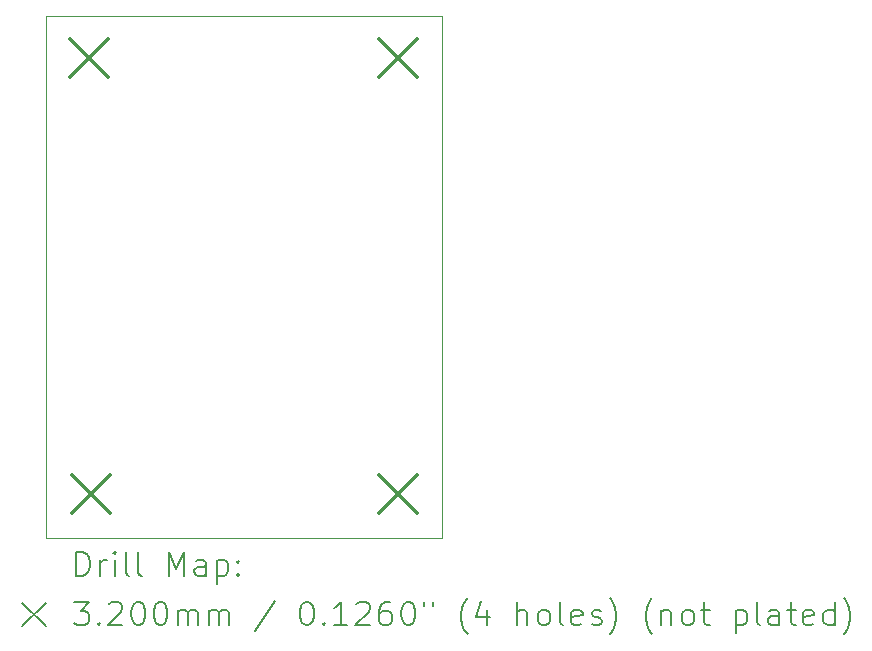
<source format=gbr>
%TF.GenerationSoftware,KiCad,Pcbnew,7.0.9*%
%TF.CreationDate,2023-12-11T11:26:03+01:00*%
%TF.ProjectId,3v3To5vPowerSupply,33763354-6f35-4765-906f-776572537570,1.1*%
%TF.SameCoordinates,Original*%
%TF.FileFunction,Drillmap*%
%TF.FilePolarity,Positive*%
%FSLAX45Y45*%
G04 Gerber Fmt 4.5, Leading zero omitted, Abs format (unit mm)*
G04 Created by KiCad (PCBNEW 7.0.9) date 2023-12-11 11:26:03*
%MOMM*%
%LPD*%
G01*
G04 APERTURE LIST*
%ADD10C,0.100000*%
%ADD11C,0.200000*%
%ADD12C,0.320000*%
G04 APERTURE END LIST*
D10*
X5414314Y-1373174D02*
X8762034Y-1373174D01*
X8762034Y-5795314D01*
X5414314Y-5795314D01*
X5414314Y-1373174D01*
D11*
D12*
X5618500Y-1567200D02*
X5938500Y-1887200D01*
X5938500Y-1567200D02*
X5618500Y-1887200D01*
X5631200Y-5262900D02*
X5951200Y-5582900D01*
X5951200Y-5262900D02*
X5631200Y-5582900D01*
X8234700Y-1567200D02*
X8554700Y-1887200D01*
X8554700Y-1567200D02*
X8234700Y-1887200D01*
X8234700Y-5262900D02*
X8554700Y-5582900D01*
X8554700Y-5262900D02*
X8234700Y-5582900D01*
D11*
X5670091Y-6111798D02*
X5670091Y-5911798D01*
X5670091Y-5911798D02*
X5717710Y-5911798D01*
X5717710Y-5911798D02*
X5746282Y-5921322D01*
X5746282Y-5921322D02*
X5765329Y-5940370D01*
X5765329Y-5940370D02*
X5774853Y-5959417D01*
X5774853Y-5959417D02*
X5784377Y-5997512D01*
X5784377Y-5997512D02*
X5784377Y-6026084D01*
X5784377Y-6026084D02*
X5774853Y-6064179D01*
X5774853Y-6064179D02*
X5765329Y-6083227D01*
X5765329Y-6083227D02*
X5746282Y-6102274D01*
X5746282Y-6102274D02*
X5717710Y-6111798D01*
X5717710Y-6111798D02*
X5670091Y-6111798D01*
X5870091Y-6111798D02*
X5870091Y-5978465D01*
X5870091Y-6016560D02*
X5879615Y-5997512D01*
X5879615Y-5997512D02*
X5889139Y-5987989D01*
X5889139Y-5987989D02*
X5908186Y-5978465D01*
X5908186Y-5978465D02*
X5927234Y-5978465D01*
X5993901Y-6111798D02*
X5993901Y-5978465D01*
X5993901Y-5911798D02*
X5984377Y-5921322D01*
X5984377Y-5921322D02*
X5993901Y-5930846D01*
X5993901Y-5930846D02*
X6003424Y-5921322D01*
X6003424Y-5921322D02*
X5993901Y-5911798D01*
X5993901Y-5911798D02*
X5993901Y-5930846D01*
X6117710Y-6111798D02*
X6098663Y-6102274D01*
X6098663Y-6102274D02*
X6089139Y-6083227D01*
X6089139Y-6083227D02*
X6089139Y-5911798D01*
X6222472Y-6111798D02*
X6203424Y-6102274D01*
X6203424Y-6102274D02*
X6193901Y-6083227D01*
X6193901Y-6083227D02*
X6193901Y-5911798D01*
X6451044Y-6111798D02*
X6451044Y-5911798D01*
X6451044Y-5911798D02*
X6517710Y-6054655D01*
X6517710Y-6054655D02*
X6584377Y-5911798D01*
X6584377Y-5911798D02*
X6584377Y-6111798D01*
X6765329Y-6111798D02*
X6765329Y-6007036D01*
X6765329Y-6007036D02*
X6755805Y-5987989D01*
X6755805Y-5987989D02*
X6736758Y-5978465D01*
X6736758Y-5978465D02*
X6698663Y-5978465D01*
X6698663Y-5978465D02*
X6679615Y-5987989D01*
X6765329Y-6102274D02*
X6746282Y-6111798D01*
X6746282Y-6111798D02*
X6698663Y-6111798D01*
X6698663Y-6111798D02*
X6679615Y-6102274D01*
X6679615Y-6102274D02*
X6670091Y-6083227D01*
X6670091Y-6083227D02*
X6670091Y-6064179D01*
X6670091Y-6064179D02*
X6679615Y-6045131D01*
X6679615Y-6045131D02*
X6698663Y-6035608D01*
X6698663Y-6035608D02*
X6746282Y-6035608D01*
X6746282Y-6035608D02*
X6765329Y-6026084D01*
X6860567Y-5978465D02*
X6860567Y-6178465D01*
X6860567Y-5987989D02*
X6879615Y-5978465D01*
X6879615Y-5978465D02*
X6917710Y-5978465D01*
X6917710Y-5978465D02*
X6936758Y-5987989D01*
X6936758Y-5987989D02*
X6946282Y-5997512D01*
X6946282Y-5997512D02*
X6955805Y-6016560D01*
X6955805Y-6016560D02*
X6955805Y-6073703D01*
X6955805Y-6073703D02*
X6946282Y-6092750D01*
X6946282Y-6092750D02*
X6936758Y-6102274D01*
X6936758Y-6102274D02*
X6917710Y-6111798D01*
X6917710Y-6111798D02*
X6879615Y-6111798D01*
X6879615Y-6111798D02*
X6860567Y-6102274D01*
X7041520Y-6092750D02*
X7051044Y-6102274D01*
X7051044Y-6102274D02*
X7041520Y-6111798D01*
X7041520Y-6111798D02*
X7031996Y-6102274D01*
X7031996Y-6102274D02*
X7041520Y-6092750D01*
X7041520Y-6092750D02*
X7041520Y-6111798D01*
X7041520Y-5987989D02*
X7051044Y-5997512D01*
X7051044Y-5997512D02*
X7041520Y-6007036D01*
X7041520Y-6007036D02*
X7031996Y-5997512D01*
X7031996Y-5997512D02*
X7041520Y-5987989D01*
X7041520Y-5987989D02*
X7041520Y-6007036D01*
X5209314Y-6340314D02*
X5409314Y-6540314D01*
X5409314Y-6340314D02*
X5209314Y-6540314D01*
X5651044Y-6331798D02*
X5774853Y-6331798D01*
X5774853Y-6331798D02*
X5708186Y-6407989D01*
X5708186Y-6407989D02*
X5736758Y-6407989D01*
X5736758Y-6407989D02*
X5755805Y-6417512D01*
X5755805Y-6417512D02*
X5765329Y-6427036D01*
X5765329Y-6427036D02*
X5774853Y-6446084D01*
X5774853Y-6446084D02*
X5774853Y-6493703D01*
X5774853Y-6493703D02*
X5765329Y-6512750D01*
X5765329Y-6512750D02*
X5755805Y-6522274D01*
X5755805Y-6522274D02*
X5736758Y-6531798D01*
X5736758Y-6531798D02*
X5679615Y-6531798D01*
X5679615Y-6531798D02*
X5660567Y-6522274D01*
X5660567Y-6522274D02*
X5651044Y-6512750D01*
X5860567Y-6512750D02*
X5870091Y-6522274D01*
X5870091Y-6522274D02*
X5860567Y-6531798D01*
X5860567Y-6531798D02*
X5851044Y-6522274D01*
X5851044Y-6522274D02*
X5860567Y-6512750D01*
X5860567Y-6512750D02*
X5860567Y-6531798D01*
X5946282Y-6350846D02*
X5955805Y-6341322D01*
X5955805Y-6341322D02*
X5974853Y-6331798D01*
X5974853Y-6331798D02*
X6022472Y-6331798D01*
X6022472Y-6331798D02*
X6041520Y-6341322D01*
X6041520Y-6341322D02*
X6051044Y-6350846D01*
X6051044Y-6350846D02*
X6060567Y-6369893D01*
X6060567Y-6369893D02*
X6060567Y-6388941D01*
X6060567Y-6388941D02*
X6051044Y-6417512D01*
X6051044Y-6417512D02*
X5936758Y-6531798D01*
X5936758Y-6531798D02*
X6060567Y-6531798D01*
X6184377Y-6331798D02*
X6203425Y-6331798D01*
X6203425Y-6331798D02*
X6222472Y-6341322D01*
X6222472Y-6341322D02*
X6231996Y-6350846D01*
X6231996Y-6350846D02*
X6241520Y-6369893D01*
X6241520Y-6369893D02*
X6251044Y-6407989D01*
X6251044Y-6407989D02*
X6251044Y-6455608D01*
X6251044Y-6455608D02*
X6241520Y-6493703D01*
X6241520Y-6493703D02*
X6231996Y-6512750D01*
X6231996Y-6512750D02*
X6222472Y-6522274D01*
X6222472Y-6522274D02*
X6203425Y-6531798D01*
X6203425Y-6531798D02*
X6184377Y-6531798D01*
X6184377Y-6531798D02*
X6165329Y-6522274D01*
X6165329Y-6522274D02*
X6155805Y-6512750D01*
X6155805Y-6512750D02*
X6146282Y-6493703D01*
X6146282Y-6493703D02*
X6136758Y-6455608D01*
X6136758Y-6455608D02*
X6136758Y-6407989D01*
X6136758Y-6407989D02*
X6146282Y-6369893D01*
X6146282Y-6369893D02*
X6155805Y-6350846D01*
X6155805Y-6350846D02*
X6165329Y-6341322D01*
X6165329Y-6341322D02*
X6184377Y-6331798D01*
X6374853Y-6331798D02*
X6393901Y-6331798D01*
X6393901Y-6331798D02*
X6412948Y-6341322D01*
X6412948Y-6341322D02*
X6422472Y-6350846D01*
X6422472Y-6350846D02*
X6431996Y-6369893D01*
X6431996Y-6369893D02*
X6441520Y-6407989D01*
X6441520Y-6407989D02*
X6441520Y-6455608D01*
X6441520Y-6455608D02*
X6431996Y-6493703D01*
X6431996Y-6493703D02*
X6422472Y-6512750D01*
X6422472Y-6512750D02*
X6412948Y-6522274D01*
X6412948Y-6522274D02*
X6393901Y-6531798D01*
X6393901Y-6531798D02*
X6374853Y-6531798D01*
X6374853Y-6531798D02*
X6355805Y-6522274D01*
X6355805Y-6522274D02*
X6346282Y-6512750D01*
X6346282Y-6512750D02*
X6336758Y-6493703D01*
X6336758Y-6493703D02*
X6327234Y-6455608D01*
X6327234Y-6455608D02*
X6327234Y-6407989D01*
X6327234Y-6407989D02*
X6336758Y-6369893D01*
X6336758Y-6369893D02*
X6346282Y-6350846D01*
X6346282Y-6350846D02*
X6355805Y-6341322D01*
X6355805Y-6341322D02*
X6374853Y-6331798D01*
X6527234Y-6531798D02*
X6527234Y-6398465D01*
X6527234Y-6417512D02*
X6536758Y-6407989D01*
X6536758Y-6407989D02*
X6555805Y-6398465D01*
X6555805Y-6398465D02*
X6584377Y-6398465D01*
X6584377Y-6398465D02*
X6603425Y-6407989D01*
X6603425Y-6407989D02*
X6612948Y-6427036D01*
X6612948Y-6427036D02*
X6612948Y-6531798D01*
X6612948Y-6427036D02*
X6622472Y-6407989D01*
X6622472Y-6407989D02*
X6641520Y-6398465D01*
X6641520Y-6398465D02*
X6670091Y-6398465D01*
X6670091Y-6398465D02*
X6689139Y-6407989D01*
X6689139Y-6407989D02*
X6698663Y-6427036D01*
X6698663Y-6427036D02*
X6698663Y-6531798D01*
X6793901Y-6531798D02*
X6793901Y-6398465D01*
X6793901Y-6417512D02*
X6803425Y-6407989D01*
X6803425Y-6407989D02*
X6822472Y-6398465D01*
X6822472Y-6398465D02*
X6851044Y-6398465D01*
X6851044Y-6398465D02*
X6870091Y-6407989D01*
X6870091Y-6407989D02*
X6879615Y-6427036D01*
X6879615Y-6427036D02*
X6879615Y-6531798D01*
X6879615Y-6427036D02*
X6889139Y-6407989D01*
X6889139Y-6407989D02*
X6908186Y-6398465D01*
X6908186Y-6398465D02*
X6936758Y-6398465D01*
X6936758Y-6398465D02*
X6955806Y-6407989D01*
X6955806Y-6407989D02*
X6965329Y-6427036D01*
X6965329Y-6427036D02*
X6965329Y-6531798D01*
X7355806Y-6322274D02*
X7184377Y-6579417D01*
X7612948Y-6331798D02*
X7631996Y-6331798D01*
X7631996Y-6331798D02*
X7651044Y-6341322D01*
X7651044Y-6341322D02*
X7660568Y-6350846D01*
X7660568Y-6350846D02*
X7670091Y-6369893D01*
X7670091Y-6369893D02*
X7679615Y-6407989D01*
X7679615Y-6407989D02*
X7679615Y-6455608D01*
X7679615Y-6455608D02*
X7670091Y-6493703D01*
X7670091Y-6493703D02*
X7660568Y-6512750D01*
X7660568Y-6512750D02*
X7651044Y-6522274D01*
X7651044Y-6522274D02*
X7631996Y-6531798D01*
X7631996Y-6531798D02*
X7612948Y-6531798D01*
X7612948Y-6531798D02*
X7593901Y-6522274D01*
X7593901Y-6522274D02*
X7584377Y-6512750D01*
X7584377Y-6512750D02*
X7574853Y-6493703D01*
X7574853Y-6493703D02*
X7565329Y-6455608D01*
X7565329Y-6455608D02*
X7565329Y-6407989D01*
X7565329Y-6407989D02*
X7574853Y-6369893D01*
X7574853Y-6369893D02*
X7584377Y-6350846D01*
X7584377Y-6350846D02*
X7593901Y-6341322D01*
X7593901Y-6341322D02*
X7612948Y-6331798D01*
X7765329Y-6512750D02*
X7774853Y-6522274D01*
X7774853Y-6522274D02*
X7765329Y-6531798D01*
X7765329Y-6531798D02*
X7755806Y-6522274D01*
X7755806Y-6522274D02*
X7765329Y-6512750D01*
X7765329Y-6512750D02*
X7765329Y-6531798D01*
X7965329Y-6531798D02*
X7851044Y-6531798D01*
X7908187Y-6531798D02*
X7908187Y-6331798D01*
X7908187Y-6331798D02*
X7889139Y-6360370D01*
X7889139Y-6360370D02*
X7870091Y-6379417D01*
X7870091Y-6379417D02*
X7851044Y-6388941D01*
X8041520Y-6350846D02*
X8051044Y-6341322D01*
X8051044Y-6341322D02*
X8070091Y-6331798D01*
X8070091Y-6331798D02*
X8117710Y-6331798D01*
X8117710Y-6331798D02*
X8136758Y-6341322D01*
X8136758Y-6341322D02*
X8146282Y-6350846D01*
X8146282Y-6350846D02*
X8155806Y-6369893D01*
X8155806Y-6369893D02*
X8155806Y-6388941D01*
X8155806Y-6388941D02*
X8146282Y-6417512D01*
X8146282Y-6417512D02*
X8031996Y-6531798D01*
X8031996Y-6531798D02*
X8155806Y-6531798D01*
X8327234Y-6331798D02*
X8289139Y-6331798D01*
X8289139Y-6331798D02*
X8270091Y-6341322D01*
X8270091Y-6341322D02*
X8260568Y-6350846D01*
X8260568Y-6350846D02*
X8241520Y-6379417D01*
X8241520Y-6379417D02*
X8231996Y-6417512D01*
X8231996Y-6417512D02*
X8231996Y-6493703D01*
X8231996Y-6493703D02*
X8241520Y-6512750D01*
X8241520Y-6512750D02*
X8251044Y-6522274D01*
X8251044Y-6522274D02*
X8270091Y-6531798D01*
X8270091Y-6531798D02*
X8308187Y-6531798D01*
X8308187Y-6531798D02*
X8327234Y-6522274D01*
X8327234Y-6522274D02*
X8336758Y-6512750D01*
X8336758Y-6512750D02*
X8346282Y-6493703D01*
X8346282Y-6493703D02*
X8346282Y-6446084D01*
X8346282Y-6446084D02*
X8336758Y-6427036D01*
X8336758Y-6427036D02*
X8327234Y-6417512D01*
X8327234Y-6417512D02*
X8308187Y-6407989D01*
X8308187Y-6407989D02*
X8270091Y-6407989D01*
X8270091Y-6407989D02*
X8251044Y-6417512D01*
X8251044Y-6417512D02*
X8241520Y-6427036D01*
X8241520Y-6427036D02*
X8231996Y-6446084D01*
X8470091Y-6331798D02*
X8489139Y-6331798D01*
X8489139Y-6331798D02*
X8508187Y-6341322D01*
X8508187Y-6341322D02*
X8517711Y-6350846D01*
X8517711Y-6350846D02*
X8527234Y-6369893D01*
X8527234Y-6369893D02*
X8536758Y-6407989D01*
X8536758Y-6407989D02*
X8536758Y-6455608D01*
X8536758Y-6455608D02*
X8527234Y-6493703D01*
X8527234Y-6493703D02*
X8517711Y-6512750D01*
X8517711Y-6512750D02*
X8508187Y-6522274D01*
X8508187Y-6522274D02*
X8489139Y-6531798D01*
X8489139Y-6531798D02*
X8470091Y-6531798D01*
X8470091Y-6531798D02*
X8451044Y-6522274D01*
X8451044Y-6522274D02*
X8441520Y-6512750D01*
X8441520Y-6512750D02*
X8431996Y-6493703D01*
X8431996Y-6493703D02*
X8422472Y-6455608D01*
X8422472Y-6455608D02*
X8422472Y-6407989D01*
X8422472Y-6407989D02*
X8431996Y-6369893D01*
X8431996Y-6369893D02*
X8441520Y-6350846D01*
X8441520Y-6350846D02*
X8451044Y-6341322D01*
X8451044Y-6341322D02*
X8470091Y-6331798D01*
X8612949Y-6331798D02*
X8612949Y-6369893D01*
X8689139Y-6331798D02*
X8689139Y-6369893D01*
X8984377Y-6607989D02*
X8974853Y-6598465D01*
X8974853Y-6598465D02*
X8955806Y-6569893D01*
X8955806Y-6569893D02*
X8946282Y-6550846D01*
X8946282Y-6550846D02*
X8936758Y-6522274D01*
X8936758Y-6522274D02*
X8927234Y-6474655D01*
X8927234Y-6474655D02*
X8927234Y-6436560D01*
X8927234Y-6436560D02*
X8936758Y-6388941D01*
X8936758Y-6388941D02*
X8946282Y-6360370D01*
X8946282Y-6360370D02*
X8955806Y-6341322D01*
X8955806Y-6341322D02*
X8974853Y-6312750D01*
X8974853Y-6312750D02*
X8984377Y-6303227D01*
X9146282Y-6398465D02*
X9146282Y-6531798D01*
X9098663Y-6322274D02*
X9051044Y-6465131D01*
X9051044Y-6465131D02*
X9174853Y-6465131D01*
X9403425Y-6531798D02*
X9403425Y-6331798D01*
X9489139Y-6531798D02*
X9489139Y-6427036D01*
X9489139Y-6427036D02*
X9479615Y-6407989D01*
X9479615Y-6407989D02*
X9460568Y-6398465D01*
X9460568Y-6398465D02*
X9431996Y-6398465D01*
X9431996Y-6398465D02*
X9412949Y-6407989D01*
X9412949Y-6407989D02*
X9403425Y-6417512D01*
X9612949Y-6531798D02*
X9593901Y-6522274D01*
X9593901Y-6522274D02*
X9584377Y-6512750D01*
X9584377Y-6512750D02*
X9574854Y-6493703D01*
X9574854Y-6493703D02*
X9574854Y-6436560D01*
X9574854Y-6436560D02*
X9584377Y-6417512D01*
X9584377Y-6417512D02*
X9593901Y-6407989D01*
X9593901Y-6407989D02*
X9612949Y-6398465D01*
X9612949Y-6398465D02*
X9641520Y-6398465D01*
X9641520Y-6398465D02*
X9660568Y-6407989D01*
X9660568Y-6407989D02*
X9670092Y-6417512D01*
X9670092Y-6417512D02*
X9679615Y-6436560D01*
X9679615Y-6436560D02*
X9679615Y-6493703D01*
X9679615Y-6493703D02*
X9670092Y-6512750D01*
X9670092Y-6512750D02*
X9660568Y-6522274D01*
X9660568Y-6522274D02*
X9641520Y-6531798D01*
X9641520Y-6531798D02*
X9612949Y-6531798D01*
X9793901Y-6531798D02*
X9774854Y-6522274D01*
X9774854Y-6522274D02*
X9765330Y-6503227D01*
X9765330Y-6503227D02*
X9765330Y-6331798D01*
X9946282Y-6522274D02*
X9927235Y-6531798D01*
X9927235Y-6531798D02*
X9889139Y-6531798D01*
X9889139Y-6531798D02*
X9870092Y-6522274D01*
X9870092Y-6522274D02*
X9860568Y-6503227D01*
X9860568Y-6503227D02*
X9860568Y-6427036D01*
X9860568Y-6427036D02*
X9870092Y-6407989D01*
X9870092Y-6407989D02*
X9889139Y-6398465D01*
X9889139Y-6398465D02*
X9927235Y-6398465D01*
X9927235Y-6398465D02*
X9946282Y-6407989D01*
X9946282Y-6407989D02*
X9955806Y-6427036D01*
X9955806Y-6427036D02*
X9955806Y-6446084D01*
X9955806Y-6446084D02*
X9860568Y-6465131D01*
X10031996Y-6522274D02*
X10051044Y-6531798D01*
X10051044Y-6531798D02*
X10089139Y-6531798D01*
X10089139Y-6531798D02*
X10108187Y-6522274D01*
X10108187Y-6522274D02*
X10117711Y-6503227D01*
X10117711Y-6503227D02*
X10117711Y-6493703D01*
X10117711Y-6493703D02*
X10108187Y-6474655D01*
X10108187Y-6474655D02*
X10089139Y-6465131D01*
X10089139Y-6465131D02*
X10060568Y-6465131D01*
X10060568Y-6465131D02*
X10041520Y-6455608D01*
X10041520Y-6455608D02*
X10031996Y-6436560D01*
X10031996Y-6436560D02*
X10031996Y-6427036D01*
X10031996Y-6427036D02*
X10041520Y-6407989D01*
X10041520Y-6407989D02*
X10060568Y-6398465D01*
X10060568Y-6398465D02*
X10089139Y-6398465D01*
X10089139Y-6398465D02*
X10108187Y-6407989D01*
X10184377Y-6607989D02*
X10193901Y-6598465D01*
X10193901Y-6598465D02*
X10212949Y-6569893D01*
X10212949Y-6569893D02*
X10222473Y-6550846D01*
X10222473Y-6550846D02*
X10231996Y-6522274D01*
X10231996Y-6522274D02*
X10241520Y-6474655D01*
X10241520Y-6474655D02*
X10241520Y-6436560D01*
X10241520Y-6436560D02*
X10231996Y-6388941D01*
X10231996Y-6388941D02*
X10222473Y-6360370D01*
X10222473Y-6360370D02*
X10212949Y-6341322D01*
X10212949Y-6341322D02*
X10193901Y-6312750D01*
X10193901Y-6312750D02*
X10184377Y-6303227D01*
X10546282Y-6607989D02*
X10536758Y-6598465D01*
X10536758Y-6598465D02*
X10517711Y-6569893D01*
X10517711Y-6569893D02*
X10508187Y-6550846D01*
X10508187Y-6550846D02*
X10498663Y-6522274D01*
X10498663Y-6522274D02*
X10489139Y-6474655D01*
X10489139Y-6474655D02*
X10489139Y-6436560D01*
X10489139Y-6436560D02*
X10498663Y-6388941D01*
X10498663Y-6388941D02*
X10508187Y-6360370D01*
X10508187Y-6360370D02*
X10517711Y-6341322D01*
X10517711Y-6341322D02*
X10536758Y-6312750D01*
X10536758Y-6312750D02*
X10546282Y-6303227D01*
X10622473Y-6398465D02*
X10622473Y-6531798D01*
X10622473Y-6417512D02*
X10631996Y-6407989D01*
X10631996Y-6407989D02*
X10651044Y-6398465D01*
X10651044Y-6398465D02*
X10679616Y-6398465D01*
X10679616Y-6398465D02*
X10698663Y-6407989D01*
X10698663Y-6407989D02*
X10708187Y-6427036D01*
X10708187Y-6427036D02*
X10708187Y-6531798D01*
X10831996Y-6531798D02*
X10812949Y-6522274D01*
X10812949Y-6522274D02*
X10803425Y-6512750D01*
X10803425Y-6512750D02*
X10793901Y-6493703D01*
X10793901Y-6493703D02*
X10793901Y-6436560D01*
X10793901Y-6436560D02*
X10803425Y-6417512D01*
X10803425Y-6417512D02*
X10812949Y-6407989D01*
X10812949Y-6407989D02*
X10831996Y-6398465D01*
X10831996Y-6398465D02*
X10860568Y-6398465D01*
X10860568Y-6398465D02*
X10879616Y-6407989D01*
X10879616Y-6407989D02*
X10889139Y-6417512D01*
X10889139Y-6417512D02*
X10898663Y-6436560D01*
X10898663Y-6436560D02*
X10898663Y-6493703D01*
X10898663Y-6493703D02*
X10889139Y-6512750D01*
X10889139Y-6512750D02*
X10879616Y-6522274D01*
X10879616Y-6522274D02*
X10860568Y-6531798D01*
X10860568Y-6531798D02*
X10831996Y-6531798D01*
X10955806Y-6398465D02*
X11031996Y-6398465D01*
X10984377Y-6331798D02*
X10984377Y-6503227D01*
X10984377Y-6503227D02*
X10993901Y-6522274D01*
X10993901Y-6522274D02*
X11012949Y-6531798D01*
X11012949Y-6531798D02*
X11031996Y-6531798D01*
X11251044Y-6398465D02*
X11251044Y-6598465D01*
X11251044Y-6407989D02*
X11270092Y-6398465D01*
X11270092Y-6398465D02*
X11308187Y-6398465D01*
X11308187Y-6398465D02*
X11327235Y-6407989D01*
X11327235Y-6407989D02*
X11336758Y-6417512D01*
X11336758Y-6417512D02*
X11346282Y-6436560D01*
X11346282Y-6436560D02*
X11346282Y-6493703D01*
X11346282Y-6493703D02*
X11336758Y-6512750D01*
X11336758Y-6512750D02*
X11327235Y-6522274D01*
X11327235Y-6522274D02*
X11308187Y-6531798D01*
X11308187Y-6531798D02*
X11270092Y-6531798D01*
X11270092Y-6531798D02*
X11251044Y-6522274D01*
X11460568Y-6531798D02*
X11441520Y-6522274D01*
X11441520Y-6522274D02*
X11431996Y-6503227D01*
X11431996Y-6503227D02*
X11431996Y-6331798D01*
X11622473Y-6531798D02*
X11622473Y-6427036D01*
X11622473Y-6427036D02*
X11612949Y-6407989D01*
X11612949Y-6407989D02*
X11593901Y-6398465D01*
X11593901Y-6398465D02*
X11555806Y-6398465D01*
X11555806Y-6398465D02*
X11536758Y-6407989D01*
X11622473Y-6522274D02*
X11603425Y-6531798D01*
X11603425Y-6531798D02*
X11555806Y-6531798D01*
X11555806Y-6531798D02*
X11536758Y-6522274D01*
X11536758Y-6522274D02*
X11527235Y-6503227D01*
X11527235Y-6503227D02*
X11527235Y-6484179D01*
X11527235Y-6484179D02*
X11536758Y-6465131D01*
X11536758Y-6465131D02*
X11555806Y-6455608D01*
X11555806Y-6455608D02*
X11603425Y-6455608D01*
X11603425Y-6455608D02*
X11622473Y-6446084D01*
X11689139Y-6398465D02*
X11765330Y-6398465D01*
X11717711Y-6331798D02*
X11717711Y-6503227D01*
X11717711Y-6503227D02*
X11727235Y-6522274D01*
X11727235Y-6522274D02*
X11746282Y-6531798D01*
X11746282Y-6531798D02*
X11765330Y-6531798D01*
X11908187Y-6522274D02*
X11889139Y-6531798D01*
X11889139Y-6531798D02*
X11851044Y-6531798D01*
X11851044Y-6531798D02*
X11831996Y-6522274D01*
X11831996Y-6522274D02*
X11822473Y-6503227D01*
X11822473Y-6503227D02*
X11822473Y-6427036D01*
X11822473Y-6427036D02*
X11831996Y-6407989D01*
X11831996Y-6407989D02*
X11851044Y-6398465D01*
X11851044Y-6398465D02*
X11889139Y-6398465D01*
X11889139Y-6398465D02*
X11908187Y-6407989D01*
X11908187Y-6407989D02*
X11917711Y-6427036D01*
X11917711Y-6427036D02*
X11917711Y-6446084D01*
X11917711Y-6446084D02*
X11822473Y-6465131D01*
X12089139Y-6531798D02*
X12089139Y-6331798D01*
X12089139Y-6522274D02*
X12070092Y-6531798D01*
X12070092Y-6531798D02*
X12031996Y-6531798D01*
X12031996Y-6531798D02*
X12012949Y-6522274D01*
X12012949Y-6522274D02*
X12003425Y-6512750D01*
X12003425Y-6512750D02*
X11993901Y-6493703D01*
X11993901Y-6493703D02*
X11993901Y-6436560D01*
X11993901Y-6436560D02*
X12003425Y-6417512D01*
X12003425Y-6417512D02*
X12012949Y-6407989D01*
X12012949Y-6407989D02*
X12031996Y-6398465D01*
X12031996Y-6398465D02*
X12070092Y-6398465D01*
X12070092Y-6398465D02*
X12089139Y-6407989D01*
X12165330Y-6607989D02*
X12174854Y-6598465D01*
X12174854Y-6598465D02*
X12193901Y-6569893D01*
X12193901Y-6569893D02*
X12203425Y-6550846D01*
X12203425Y-6550846D02*
X12212949Y-6522274D01*
X12212949Y-6522274D02*
X12222473Y-6474655D01*
X12222473Y-6474655D02*
X12222473Y-6436560D01*
X12222473Y-6436560D02*
X12212949Y-6388941D01*
X12212949Y-6388941D02*
X12203425Y-6360370D01*
X12203425Y-6360370D02*
X12193901Y-6341322D01*
X12193901Y-6341322D02*
X12174854Y-6312750D01*
X12174854Y-6312750D02*
X12165330Y-6303227D01*
M02*

</source>
